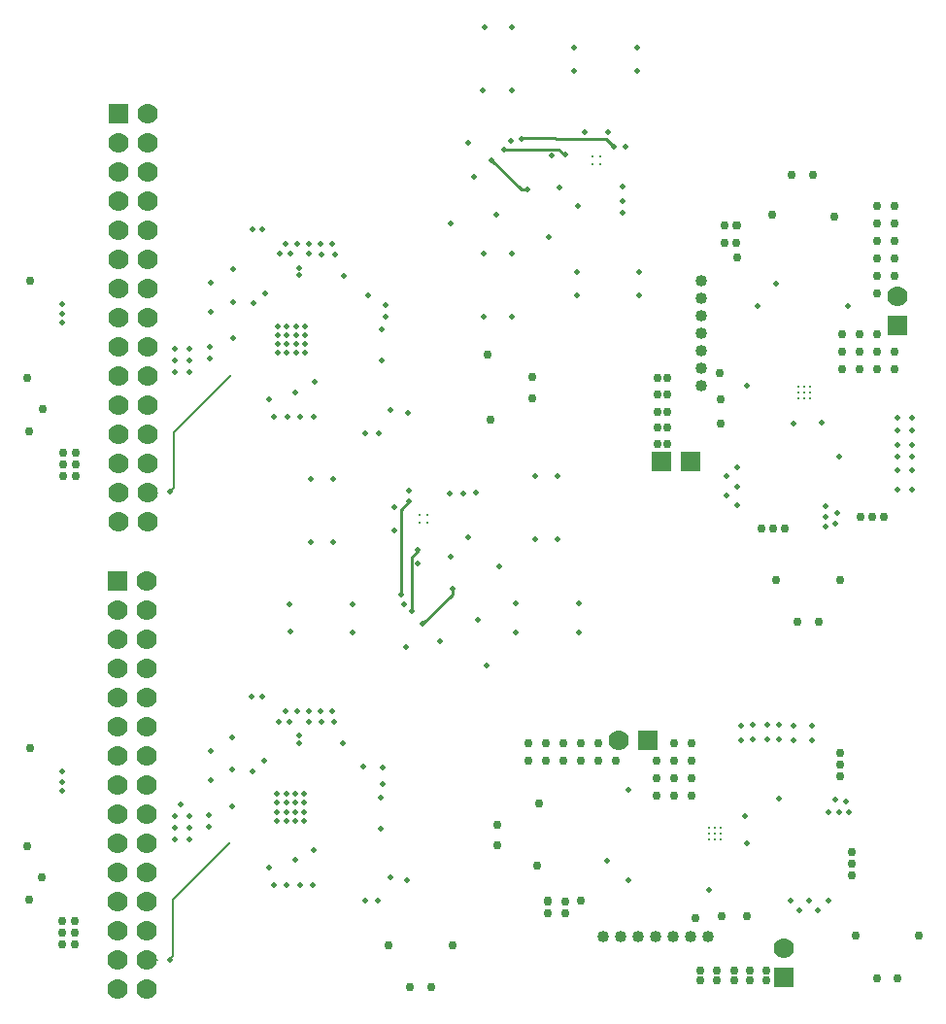
<source format=gbl>
%FSLAX25Y25*%
%MOIN*%
G70*
G01*
G75*
G04 Layer_Physical_Order=4*
G04 Layer_Color=65280*
%ADD10R,0.07000X0.07000*%
%ADD11C,0.06000*%
%ADD12R,0.07000X0.07000*%
%ADD13R,0.06850X0.06850*%
%ADD14R,0.02756X0.03543*%
%ADD15R,0.03543X0.02756*%
%ADD16R,0.02362X0.01969*%
%ADD17R,0.03740X0.03347*%
%ADD18R,0.01969X0.02362*%
%ADD19R,0.14600X0.14600*%
%ADD20R,0.01102X0.03347*%
%ADD21R,0.03347X0.01102*%
%ADD22R,0.02362X0.03347*%
%ADD23R,0.03150X0.03543*%
%ADD24R,0.10630X0.06299*%
%ADD25R,0.03543X0.03150*%
%ADD26R,0.06850X0.06850*%
%ADD27R,0.05906X0.05906*%
%ADD28R,0.00394X0.00394*%
%ADD29R,0.02520X0.01102*%
%ADD30R,0.09016X0.03504*%
%ADD31R,0.03740X0.03740*%
%ADD32R,0.01024X0.03152*%
%ADD33R,0.01555X0.01969*%
%ADD34R,0.00906X0.02953*%
%ADD35R,0.02953X0.00906*%
%ADD36R,0.03740X0.03740*%
%ADD37R,0.01969X0.01575*%
%ADD38R,0.01575X0.01969*%
%ADD39R,0.06299X0.10630*%
%ADD40R,0.05906X0.05906*%
%ADD41R,0.00394X0.00394*%
%ADD42R,0.01102X0.02520*%
%ADD43R,0.01969X0.01555*%
%ADD44R,0.03152X0.01024*%
%ADD45R,0.03504X0.09016*%
%ADD46C,0.02000*%
%ADD47C,0.01800*%
%ADD48C,0.00800*%
%ADD49C,0.01200*%
%ADD50C,0.01000*%
%ADD51C,0.04000*%
%ADD52C,0.02500*%
%ADD53C,0.01600*%
%ADD54C,0.01400*%
%ADD55C,0.03000*%
%ADD56C,0.03500*%
%ADD57R,0.08000X0.04000*%
%ADD58R,0.06127X0.02573*%
%ADD59R,0.02300X0.05200*%
%ADD60R,0.11500X0.03000*%
%ADD61R,0.22500X0.04500*%
%ADD62R,0.06500X0.07500*%
%ADD63R,0.10500X0.12500*%
%ADD64R,0.09500X0.14000*%
%ADD65R,0.02500X0.03000*%
%ADD66R,0.00532X0.00500*%
%ADD67R,0.01300X0.01400*%
%ADD68R,0.00469X0.00500*%
%ADD69R,0.01500X0.01432*%
%ADD70R,0.01102X0.02520*%
%ADD71R,0.11000X0.07500*%
%ADD72R,0.30764X0.02754*%
%ADD73R,0.06000X0.03747*%
%ADD74R,0.24764X0.03746*%
%ADD75R,0.15000X0.10600*%
%ADD76R,0.07000X0.15000*%
%ADD77R,0.40000X0.14000*%
%ADD78R,0.21500X0.25500*%
%ADD79R,0.34000X0.08500*%
%ADD80R,0.06000X0.14000*%
%ADD81R,0.18736X0.08500*%
%ADD82R,0.18000X0.07000*%
%ADD83R,0.09000X0.04500*%
%ADD84R,0.05197X0.05197*%
%ADD85R,0.04500X0.09000*%
%ADD86R,0.07000X0.18000*%
%ADD87R,0.08500X0.18736*%
%ADD88R,0.14000X0.06000*%
%ADD89R,0.03746X0.06000*%
%ADD90R,0.08500X0.34000*%
%ADD91R,0.25500X0.21500*%
%ADD92R,0.14000X0.40000*%
%ADD93R,0.15000X0.07000*%
%ADD94R,0.10600X0.15000*%
%ADD95R,0.03746X0.24764*%
%ADD96R,0.02754X0.30764*%
%ADD97R,0.02300X0.05100*%
%ADD98R,0.02520X0.01102*%
%ADD99R,0.07500X0.11000*%
%ADD100R,0.00958X0.00358*%
%ADD101R,0.04000X0.03142*%
%ADD102R,0.03500X0.04000*%
%ADD103C,0.07000*%
%ADD104C,0.02000*%
%ADD105C,0.03000*%
%ADD106C,0.01000*%
%ADD107C,0.00800*%
%ADD108C,0.04000*%
%ADD109C,0.01299*%
%ADD110C,0.05000*%
%ADD111C,0.09200*%
%ADD112C,0.08200*%
%ADD113C,0.05000*%
%ADD114C,0.05500*%
%ADD115C,0.04800*%
%ADD116C,0.05299*%
D10*
X255097Y463297D02*
D03*
X437264Y408923D02*
D03*
X441777Y504498D02*
D03*
X451777D02*
D03*
X255597Y623797D02*
D03*
D12*
X483700Y327500D02*
D03*
X522777Y550998D02*
D03*
D48*
X274260Y353960D02*
X293597Y373297D01*
X274260Y341697D02*
Y353960D01*
X265097Y333297D02*
X268660D01*
X274260Y334797D02*
Y341697D01*
X272960Y333497D02*
X274260Y334797D01*
X273137Y493997D02*
X274437Y495297D01*
Y502197D01*
X265274Y493797D02*
X268837D01*
X274437Y502197D02*
Y514460D01*
X293774Y533797D01*
D50*
X359850Y448776D02*
X369988Y458913D01*
Y460882D01*
X352389Y458700D02*
Y470645D01*
X352468Y470724D01*
X352443Y487923D02*
X355126Y490606D01*
X356110Y471610D02*
X357980Y473480D01*
X358079Y474071D01*
X356110Y453008D02*
Y471610D01*
X352443Y470750D02*
Y487923D01*
Y470750D02*
X352468Y470724D01*
X405524Y615232D02*
X405550Y615257D01*
X422723D01*
X387808Y611590D02*
X406410D01*
X408280Y609720D02*
X408871Y609621D01*
X406410Y611590D02*
X408280Y609720D01*
X422723Y615257D02*
X425406Y612574D01*
X405445Y615311D02*
X405524Y615232D01*
X393500Y615311D02*
X405445D01*
X393713Y597712D02*
X395682D01*
X383576Y607850D02*
X393713Y597712D01*
D103*
X483700Y337500D02*
D03*
X265097Y323297D02*
D03*
Y333297D02*
D03*
Y343297D02*
D03*
Y353297D02*
D03*
Y363297D02*
D03*
Y373297D02*
D03*
Y383297D02*
D03*
Y393297D02*
D03*
Y403297D02*
D03*
Y413297D02*
D03*
Y423297D02*
D03*
Y433297D02*
D03*
Y443297D02*
D03*
Y453297D02*
D03*
Y463297D02*
D03*
X255097Y323297D02*
D03*
Y333297D02*
D03*
Y343297D02*
D03*
Y353297D02*
D03*
Y363297D02*
D03*
Y373297D02*
D03*
Y383297D02*
D03*
Y393297D02*
D03*
Y403297D02*
D03*
Y413297D02*
D03*
Y423297D02*
D03*
Y433297D02*
D03*
Y443297D02*
D03*
Y453297D02*
D03*
X427264Y408923D02*
D03*
X522777Y560998D02*
D03*
X265597Y483797D02*
D03*
Y493797D02*
D03*
Y503797D02*
D03*
Y513797D02*
D03*
Y523797D02*
D03*
Y533797D02*
D03*
Y543797D02*
D03*
Y553797D02*
D03*
Y563797D02*
D03*
Y573797D02*
D03*
Y583797D02*
D03*
Y593797D02*
D03*
Y603797D02*
D03*
Y613797D02*
D03*
Y623797D02*
D03*
X255597Y483797D02*
D03*
Y493797D02*
D03*
Y503797D02*
D03*
Y513797D02*
D03*
Y523797D02*
D03*
Y533797D02*
D03*
Y543797D02*
D03*
Y553797D02*
D03*
Y563797D02*
D03*
Y573797D02*
D03*
Y583797D02*
D03*
Y593797D02*
D03*
Y603797D02*
D03*
Y613797D02*
D03*
D104*
X319200Y390400D02*
D03*
Y387300D02*
D03*
Y384200D02*
D03*
Y381100D02*
D03*
X316100Y390400D02*
D03*
Y387300D02*
D03*
Y384200D02*
D03*
Y381100D02*
D03*
X313000Y390400D02*
D03*
Y387300D02*
D03*
Y384200D02*
D03*
Y381100D02*
D03*
X309900Y390400D02*
D03*
Y387300D02*
D03*
Y384200D02*
D03*
Y381100D02*
D03*
X319377Y550900D02*
D03*
Y547800D02*
D03*
Y544700D02*
D03*
Y541600D02*
D03*
X316277Y550900D02*
D03*
Y547800D02*
D03*
Y544700D02*
D03*
Y541600D02*
D03*
X313177Y550900D02*
D03*
Y547800D02*
D03*
Y544700D02*
D03*
Y541600D02*
D03*
X310077Y550900D02*
D03*
Y547800D02*
D03*
Y544700D02*
D03*
Y541600D02*
D03*
X304723Y423700D02*
D03*
X301223D02*
D03*
X322223Y359200D02*
D03*
X317723D02*
D03*
X308723D02*
D03*
X313223D02*
D03*
X317323Y410300D02*
D03*
Y407800D02*
D03*
X312723Y418700D02*
D03*
X316723D02*
D03*
X320723D02*
D03*
X324723D02*
D03*
X328723D02*
D03*
X320723Y415200D02*
D03*
X325023Y415000D02*
D03*
X314223Y415200D02*
D03*
X276723Y386700D02*
D03*
X274723Y374700D02*
D03*
X279723D02*
D03*
Y378700D02*
D03*
X274723D02*
D03*
Y382700D02*
D03*
X279723D02*
D03*
X345550Y389250D02*
D03*
X329523Y415000D02*
D03*
X339550Y399750D02*
D03*
X235997Y394497D02*
D03*
Y391497D02*
D03*
Y397997D02*
D03*
X287050Y395250D02*
D03*
X322550Y371250D02*
D03*
X348723Y361750D02*
D03*
X344550Y353718D02*
D03*
X354550Y360750D02*
D03*
X340050Y353718D02*
D03*
X345519Y378550D02*
D03*
X346050Y393750D02*
D03*
X332550Y407750D02*
D03*
X305550Y401750D02*
D03*
X294578Y409778D02*
D03*
X287050Y405250D02*
D03*
X301550Y398250D02*
D03*
X294550Y398750D02*
D03*
X307050Y365250D02*
D03*
X316082Y367750D02*
D03*
X294550Y386250D02*
D03*
X286550Y379250D02*
D03*
Y383250D02*
D03*
X310550Y415187D02*
D03*
X272960Y333497D02*
D03*
X506261Y384146D02*
D03*
X505261Y387647D02*
D03*
X502761Y384146D02*
D03*
X499261D02*
D03*
X493500Y413800D02*
D03*
X487000D02*
D03*
X469000D02*
D03*
X482264Y414046D02*
D03*
X478264D02*
D03*
X473264D02*
D03*
Y409047D02*
D03*
X478264D02*
D03*
X482264D02*
D03*
X470500Y382800D02*
D03*
X458000Y357300D02*
D03*
X489000Y350300D02*
D03*
X495500D02*
D03*
X486000Y353800D02*
D03*
X492500D02*
D03*
X499000D02*
D03*
X423000Y367300D02*
D03*
X469000Y408800D02*
D03*
X487000D02*
D03*
X493500D02*
D03*
X482256Y388800D02*
D03*
X501500Y388300D02*
D03*
X430500Y391800D02*
D03*
Y360800D02*
D03*
X471000Y373300D02*
D03*
X352500Y458800D02*
D03*
X381701Y434504D02*
D03*
X378748Y450252D02*
D03*
X365756Y442772D02*
D03*
X369988Y460882D02*
D03*
X354043Y440606D02*
D03*
X353300Y455400D02*
D03*
X375598Y478303D02*
D03*
X377961Y493756D02*
D03*
X373827Y493559D02*
D03*
X369102D02*
D03*
X358079Y474071D02*
D03*
X356110Y453008D02*
D03*
X359850Y448776D02*
D03*
X369299Y471807D02*
D03*
X386228Y468362D02*
D03*
X358200Y469300D02*
D03*
X350205Y480764D02*
D03*
X355126Y490606D02*
D03*
X350205Y488638D02*
D03*
X355126Y494543D02*
D03*
X321268Y476925D02*
D03*
X329142D02*
D03*
X321268Y498579D02*
D03*
X329142D02*
D03*
X314181Y455567D02*
D03*
X335835D02*
D03*
Y445724D02*
D03*
X314281Y446224D02*
D03*
X406209Y499465D02*
D03*
X398335D02*
D03*
X406209Y477811D02*
D03*
X398335D02*
D03*
X391913Y445898D02*
D03*
X413567D02*
D03*
Y455740D02*
D03*
X391913D02*
D03*
X273137Y493997D02*
D03*
X310727Y575687D02*
D03*
X286727Y543750D02*
D03*
Y539750D02*
D03*
X294727Y546750D02*
D03*
X316258Y528250D02*
D03*
X307227Y525750D02*
D03*
X294727Y559250D02*
D03*
X301727Y558750D02*
D03*
X287227Y565750D02*
D03*
X294754Y570278D02*
D03*
X305727Y562250D02*
D03*
X332727Y568250D02*
D03*
X345696Y539050D02*
D03*
X340227Y514219D02*
D03*
X354727Y521250D02*
D03*
X344727Y514219D02*
D03*
X348900Y522250D02*
D03*
X322727Y531750D02*
D03*
X287227Y555750D02*
D03*
X487153Y517261D02*
D03*
X236174Y558497D02*
D03*
Y551997D02*
D03*
Y554997D02*
D03*
X474653Y557761D02*
D03*
X505653D02*
D03*
X502153Y486761D02*
D03*
X502654Y506005D02*
D03*
X522653Y494761D02*
D03*
Y501261D02*
D03*
Y519261D02*
D03*
X481153Y565261D02*
D03*
X467654Y489261D02*
D03*
Y495761D02*
D03*
Y502261D02*
D03*
X464153Y492761D02*
D03*
Y499261D02*
D03*
X471153Y530261D02*
D03*
X496654Y517761D02*
D03*
X329700Y575500D02*
D03*
X279900Y543200D02*
D03*
X274900D02*
D03*
Y539200D02*
D03*
X279900D02*
D03*
Y535200D02*
D03*
X274900D02*
D03*
X314400Y575700D02*
D03*
X325200Y575500D02*
D03*
X320900Y575700D02*
D03*
X328900Y579200D02*
D03*
X324900D02*
D03*
X320900D02*
D03*
X316900D02*
D03*
X312900D02*
D03*
X522900Y505998D02*
D03*
Y509998D02*
D03*
Y514998D02*
D03*
X527900D02*
D03*
Y509998D02*
D03*
Y505998D02*
D03*
X527654Y519261D02*
D03*
Y501261D02*
D03*
Y494761D02*
D03*
X317500Y568300D02*
D03*
Y570800D02*
D03*
X390540Y575787D02*
D03*
Y554133D02*
D03*
X380698D02*
D03*
Y575787D02*
D03*
X412611Y569365D02*
D03*
Y561491D02*
D03*
X434265Y569365D02*
D03*
Y561491D02*
D03*
X381024Y653419D02*
D03*
X380524Y631865D02*
D03*
X390367D02*
D03*
Y653519D02*
D03*
X433379Y638558D02*
D03*
Y646432D02*
D03*
X411725Y638558D02*
D03*
Y646432D02*
D03*
X429343Y612574D02*
D03*
X423438Y617495D02*
D03*
X425406Y612574D02*
D03*
X415564Y617495D02*
D03*
X404100Y609500D02*
D03*
X403162Y581472D02*
D03*
X406607Y598401D02*
D03*
X383576Y607850D02*
D03*
X387808Y611590D02*
D03*
X408871Y609621D02*
D03*
X428359Y598598D02*
D03*
Y593873D02*
D03*
X428556Y589739D02*
D03*
X413103Y592102D02*
D03*
X390200Y614400D02*
D03*
X375406Y613657D02*
D03*
X395682Y597712D02*
D03*
X377572Y601944D02*
D03*
X385052Y588952D02*
D03*
X369304Y585999D02*
D03*
X393600Y615200D02*
D03*
X313400Y519700D02*
D03*
X308900D02*
D03*
X317900D02*
D03*
X322400D02*
D03*
X301400Y584200D02*
D03*
X304900D02*
D03*
X498000Y489000D02*
D03*
Y485500D02*
D03*
X501500Y483000D02*
D03*
X498000Y482000D02*
D03*
X345727Y549750D02*
D03*
X341000Y561500D02*
D03*
X347000Y558000D02*
D03*
Y554000D02*
D03*
X346000Y399500D02*
D03*
D105*
X355467Y323936D02*
D03*
X348129Y338448D02*
D03*
X362640Y323936D02*
D03*
X369978Y338448D02*
D03*
X224723Y354200D02*
D03*
X236097Y338797D02*
D03*
X240597D02*
D03*
X236097Y342797D02*
D03*
X240597D02*
D03*
Y346797D02*
D03*
X236097D02*
D03*
X229097Y361797D02*
D03*
X223997Y372497D02*
D03*
X224997Y405997D02*
D03*
X507000Y370300D02*
D03*
X413976Y353776D02*
D03*
X408764Y349547D02*
D03*
Y353547D02*
D03*
X402764Y353776D02*
D03*
Y353547D02*
D03*
Y349547D02*
D03*
X385375Y379886D02*
D03*
X515639Y327100D02*
D03*
X399886Y387225D02*
D03*
X508300Y341611D02*
D03*
X522811Y327100D02*
D03*
X530150Y341611D02*
D03*
X385375Y372714D02*
D03*
X399225Y365923D02*
D03*
X420264Y407923D02*
D03*
X414264D02*
D03*
X408264D02*
D03*
X402264D02*
D03*
X396264D02*
D03*
Y401923D02*
D03*
X402264D02*
D03*
X408264D02*
D03*
X414264D02*
D03*
X420264D02*
D03*
X426264D02*
D03*
X452264Y407923D02*
D03*
X446264D02*
D03*
X440264Y401923D02*
D03*
X446264D02*
D03*
X452264D02*
D03*
Y395923D02*
D03*
X446264D02*
D03*
X440264D02*
D03*
Y389923D02*
D03*
X446264D02*
D03*
X452264D02*
D03*
X455264Y329923D02*
D03*
Y326423D02*
D03*
X460764D02*
D03*
Y329923D02*
D03*
X466764D02*
D03*
Y326423D02*
D03*
X472264D02*
D03*
Y329923D02*
D03*
X477764D02*
D03*
Y326423D02*
D03*
X453500Y347800D02*
D03*
X462500Y348300D02*
D03*
X471000Y348300D02*
D03*
X503000Y404300D02*
D03*
Y400300D02*
D03*
Y396300D02*
D03*
X507000Y362300D02*
D03*
Y366300D02*
D03*
X225174Y566497D02*
D03*
X224174Y532997D02*
D03*
X229274Y522297D02*
D03*
X236274Y507297D02*
D03*
X240774D02*
D03*
Y503297D02*
D03*
X236274D02*
D03*
X240774Y499297D02*
D03*
X236274D02*
D03*
X480154Y481261D02*
D03*
X476154D02*
D03*
X510153Y485261D02*
D03*
X514153D02*
D03*
X518153D02*
D03*
X462153Y517261D02*
D03*
X462154Y525761D02*
D03*
X461654Y534761D02*
D03*
X440277Y510498D02*
D03*
X443777D02*
D03*
Y515998D02*
D03*
X440277D02*
D03*
Y521498D02*
D03*
X443777D02*
D03*
Y527498D02*
D03*
X440277D02*
D03*
Y532998D02*
D03*
X443777D02*
D03*
X503777Y535998D02*
D03*
Y541998D02*
D03*
Y547998D02*
D03*
X509777D02*
D03*
Y541998D02*
D03*
Y535998D02*
D03*
X515777D02*
D03*
Y541998D02*
D03*
Y547998D02*
D03*
X521777Y541998D02*
D03*
Y535998D02*
D03*
X515777Y561998D02*
D03*
Y567998D02*
D03*
Y573998D02*
D03*
Y579998D02*
D03*
Y585998D02*
D03*
Y591998D02*
D03*
X521777D02*
D03*
Y585998D02*
D03*
Y579998D02*
D03*
Y573998D02*
D03*
Y567998D02*
D03*
X479777Y589036D02*
D03*
X486567Y602886D02*
D03*
X503079Y463848D02*
D03*
X495740Y449336D02*
D03*
X481228Y463848D02*
D03*
X501079Y588375D02*
D03*
X382940Y518825D02*
D03*
X397452Y526164D02*
D03*
Y533336D02*
D03*
X382215Y541200D02*
D03*
X488567Y449336D02*
D03*
X493740Y602886D02*
D03*
X224900Y514700D02*
D03*
X463400Y585498D02*
D03*
X467400D02*
D03*
X467630D02*
D03*
X467400Y579498D02*
D03*
X463400D02*
D03*
X467630Y574285D02*
D03*
X484154Y481261D02*
D03*
D107*
X293597Y373297D02*
D03*
X462114Y374907D02*
D03*
X460146D02*
D03*
X458177D02*
D03*
Y376876D02*
D03*
X460146D02*
D03*
X462114D02*
D03*
Y378844D02*
D03*
X460146D02*
D03*
X458177D02*
D03*
X293774Y533797D02*
D03*
X488761Y526147D02*
D03*
Y528116D02*
D03*
Y530084D02*
D03*
X490730D02*
D03*
Y528116D02*
D03*
Y526147D02*
D03*
X492698D02*
D03*
Y528116D02*
D03*
Y530084D02*
D03*
X488761D02*
D03*
X490730D02*
D03*
X492698D02*
D03*
Y528116D02*
D03*
X490730D02*
D03*
X488761D02*
D03*
Y526147D02*
D03*
X490730D02*
D03*
X492698D02*
D03*
X458177Y378844D02*
D03*
X460146D02*
D03*
X462114D02*
D03*
Y376876D02*
D03*
X460146D02*
D03*
X458177D02*
D03*
Y374907D02*
D03*
X460146D02*
D03*
X462114D02*
D03*
D108*
X421764Y341547D02*
D03*
X427764D02*
D03*
X433764D02*
D03*
X439764D02*
D03*
X445764D02*
D03*
X451764D02*
D03*
X457764D02*
D03*
X455400Y530498D02*
D03*
Y536498D02*
D03*
Y542498D02*
D03*
Y548498D02*
D03*
Y554498D02*
D03*
Y560498D02*
D03*
Y566498D02*
D03*
D109*
X361347Y483402D02*
D03*
Y486000D02*
D03*
D03*
X358748D02*
D03*
Y483402D02*
D03*
X418202Y606354D02*
D03*
X420800D02*
D03*
D03*
Y608952D02*
D03*
X418202D02*
D03*
M02*

</source>
